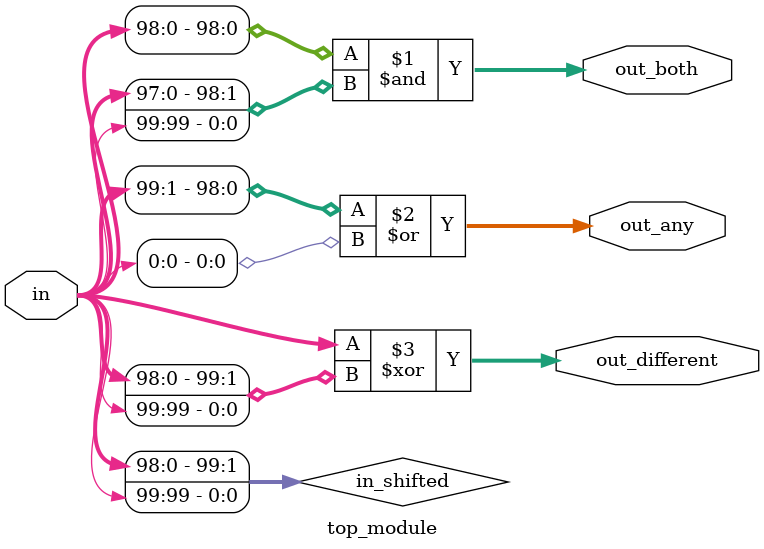
<source format=sv>
module top_module (
	input [99:0] in,
	output [98:0] out_both,
	output [99:1] out_any,
	output [99:0] out_different
);

	// Declare intermediate signal
	wire [99:0] in_shifted;

	// Create the shifted input
	assign in_shifted = {in[98:0], in[99]};

	// Compute out_both
	assign out_both = in[98:0] & in_shifted[98:0];

	// Compute out_any
	assign out_any = in[1:99] | in[0];

	// Compute out_different
	assign out_different = in ^ in_shifted;

endmodule

</source>
